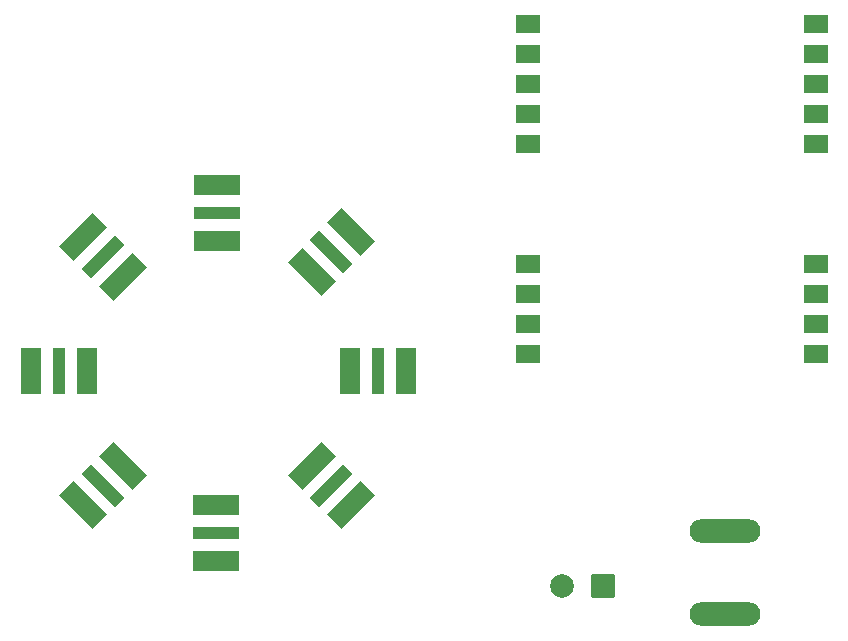
<source format=gts>
G04 #@! TF.GenerationSoftware,KiCad,Pcbnew,7.0.10*
G04 #@! TF.CreationDate,2024-01-02T03:25:23-08:00*
G04 #@! TF.ProjectId,K40-LED_PCB,4b34302d-4c45-4445-9f50-43422e6b6963,rev?*
G04 #@! TF.SameCoordinates,Original*
G04 #@! TF.FileFunction,Soldermask,Top*
G04 #@! TF.FilePolarity,Negative*
%FSLAX46Y46*%
G04 Gerber Fmt 4.6, Leading zero omitted, Abs format (unit mm)*
G04 Created by KiCad (PCBNEW 7.0.10) date 2024-01-02 03:25:23*
%MOMM*%
%LPD*%
G01*
G04 APERTURE LIST*
G04 Aperture macros list*
%AMRoundRect*
0 Rectangle with rounded corners*
0 $1 Rounding radius*
0 $2 $3 $4 $5 $6 $7 $8 $9 X,Y pos of 4 corners*
0 Add a 4 corners polygon primitive as box body*
4,1,4,$2,$3,$4,$5,$6,$7,$8,$9,$2,$3,0*
0 Add four circle primitives for the rounded corners*
1,1,$1+$1,$2,$3*
1,1,$1+$1,$4,$5*
1,1,$1+$1,$6,$7*
1,1,$1+$1,$8,$9*
0 Add four rect primitives between the rounded corners*
20,1,$1+$1,$2,$3,$4,$5,0*
20,1,$1+$1,$4,$5,$6,$7,0*
20,1,$1+$1,$6,$7,$8,$9,0*
20,1,$1+$1,$8,$9,$2,$3,0*%
%AMRotRect*
0 Rectangle, with rotation*
0 The origin of the aperture is its center*
0 $1 length*
0 $2 width*
0 $3 Rotation angle, in degrees counterclockwise*
0 Add horizontal line*
21,1,$1,$2,0,0,$3*%
G04 Aperture macros list end*
%ADD10O,6.000000X2.000000*%
%ADD11R,4.000000X1.100000*%
%ADD12R,4.000000X1.750000*%
%ADD13RotRect,1.100000X4.000000X315.000000*%
%ADD14RotRect,1.750000X4.000000X315.000000*%
%ADD15R,1.100000X4.000000*%
%ADD16R,1.750000X4.000000*%
%ADD17R,2.030000X1.500000*%
%ADD18RotRect,1.100000X4.000000X225.000000*%
%ADD19RotRect,1.750000X4.000000X225.000000*%
%ADD20RotRect,1.100000X4.000000X45.000000*%
%ADD21RotRect,1.750000X4.000000X45.000000*%
%ADD22RotRect,1.100000X4.000000X135.000000*%
%ADD23RotRect,1.750000X4.000000X135.000000*%
%ADD24RoundRect,0.102000X0.900000X0.900000X-0.900000X0.900000X-0.900000X-0.900000X0.900000X-0.900000X0*%
%ADD25C,2.004000*%
G04 APERTURE END LIST*
D10*
X150495000Y-145384600D03*
X150495000Y-138384600D03*
D11*
X107451357Y-138516823D03*
D12*
X107451357Y-140891823D03*
X107451357Y-136141823D03*
D13*
X97843779Y-115166579D03*
D14*
X96164400Y-113487200D03*
X99523157Y-116845957D03*
D15*
X94098157Y-124801084D03*
D16*
X91723157Y-124801084D03*
X96473157Y-124801084D03*
D15*
X121148157Y-124845957D03*
D16*
X123523157Y-124845957D03*
X118773157Y-124845957D03*
D17*
X158242000Y-95453200D03*
X158242000Y-97993200D03*
X158242000Y-100533200D03*
X158242000Y-103073200D03*
X158242000Y-105613200D03*
X158242000Y-115773200D03*
X158242000Y-118313200D03*
X158242000Y-120853200D03*
X158242000Y-123393200D03*
X133872000Y-123393200D03*
X133872000Y-120853200D03*
X133872000Y-118313200D03*
X133872000Y-115773200D03*
X133872000Y-105613200D03*
X133872000Y-103073200D03*
X133872000Y-100533200D03*
X133872000Y-97993200D03*
X133872000Y-95453200D03*
D18*
X117202535Y-114733936D03*
D19*
X118881914Y-113054557D03*
X115523157Y-116413314D03*
D20*
X97843779Y-134525335D03*
D21*
X96164400Y-136204714D03*
X99523157Y-132845957D03*
D22*
X117202535Y-134525335D03*
D23*
X118881914Y-136204714D03*
X115523157Y-132845957D03*
D11*
X107484357Y-111469157D03*
D12*
X107484357Y-109094157D03*
X107484357Y-113844157D03*
D24*
X140233400Y-143052800D03*
D25*
X136733400Y-143052800D03*
M02*

</source>
